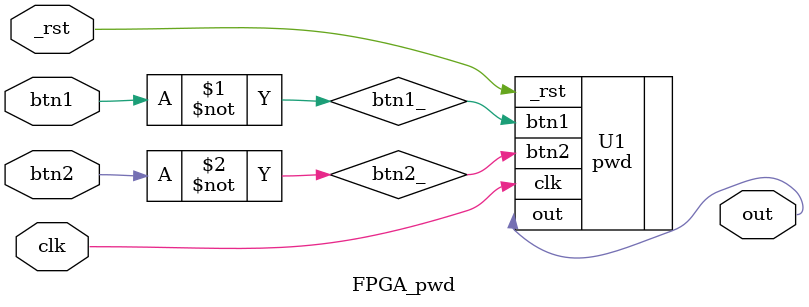
<source format=sv>
module FPGA_pwd (btn1 , btn2, _rst, clk, out);

input logic btn1, btn2, clk, _rst;
output logic out;
logic btn1_, btn2_;

pwd U1(.btn1(btn1_) , .btn2(btn2_), ._rst(_rst), .clk(clk), .out(out));

not(btn1_, btn1);
not(btn2_, btn2);

endmodule

</source>
